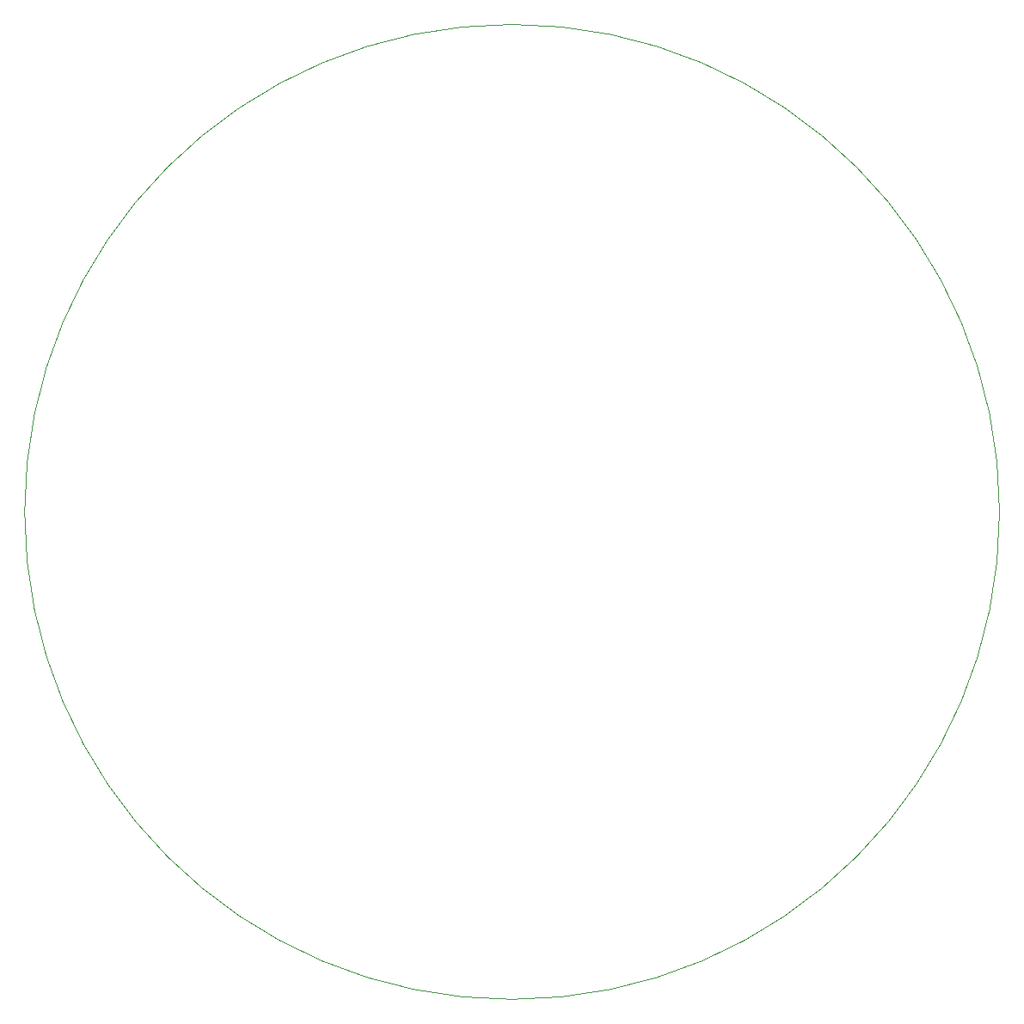
<source format=gbr>
%TF.GenerationSoftware,KiCad,Pcbnew,(5.1.10)-1*%
%TF.CreationDate,2021-07-16T13:03:45+01:00*%
%TF.ProjectId,Abhoinn_IoT_V2,4162686f-696e-46e5-9f49-6f545f56322e,rev?*%
%TF.SameCoordinates,Original*%
%TF.FileFunction,Profile,NP*%
%FSLAX46Y46*%
G04 Gerber Fmt 4.6, Leading zero omitted, Abs format (unit mm)*
G04 Created by KiCad (PCBNEW (5.1.10)-1) date 2021-07-16 13:03:45*
%MOMM*%
%LPD*%
G01*
G04 APERTURE LIST*
%TA.AperFunction,Profile*%
%ADD10C,0.050000*%
%TD*%
G04 APERTURE END LIST*
D10*
X204500000Y-80500000D02*
G75*
G03*
X204500000Y-80500000I-48000000J0D01*
G01*
M02*

</source>
